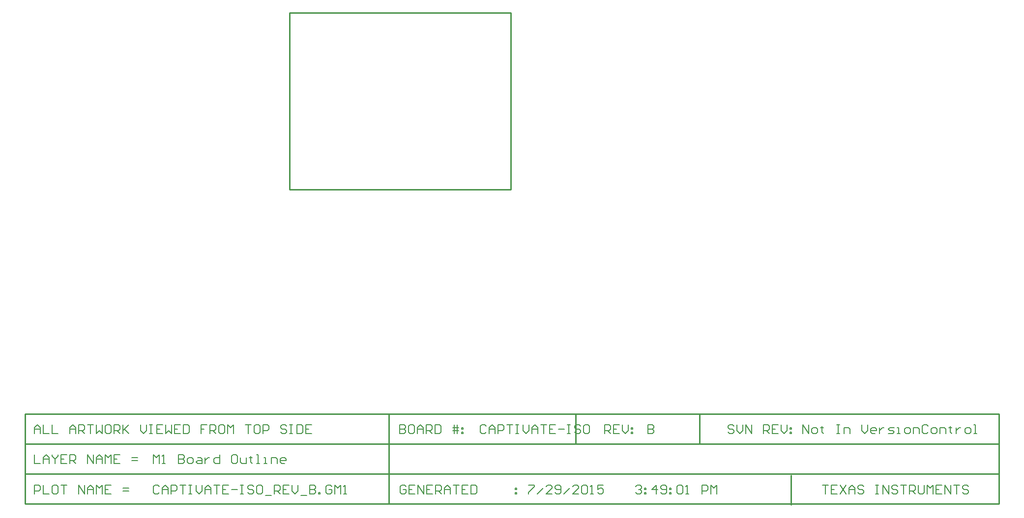
<source format=gm1>
%FSAX25Y25*%
%MOIN*%
G70*
G01*
G75*
G04 Layer_Color=7963671*
%ADD10R,0.02362X0.03150*%
%ADD11O,0.08661X0.02362*%
%ADD12O,0.07480X0.02362*%
%ADD13O,0.07677X0.01575*%
%ADD14C,0.01000*%
%ADD15C,0.02000*%
%ADD16C,0.01500*%
%ADD17C,0.00800*%
%ADD18C,0.05906*%
%ADD19R,0.05906X0.05906*%
%ADD20C,0.03400*%
%ADD21C,0.01575*%
%ADD22C,0.00984*%
%ADD23C,0.02362*%
%ADD24C,0.00700*%
%ADD25C,0.00787*%
%ADD26R,0.02756X0.03543*%
%ADD27O,0.09055X0.02756*%
%ADD28O,0.07874X0.02756*%
%ADD29O,0.08071X0.01969*%
%ADD30C,0.06299*%
%ADD31R,0.06299X0.06299*%
G54D14*
X0219200Y0253400D02*
Y0373400D01*
X0369200D01*
Y0253400D02*
Y0373400D01*
X0219200Y0253400D02*
X0369200D01*
X0559400Y0039400D02*
Y0059683D01*
X0440500Y0040050D02*
X0700200D01*
Y0101050D01*
X0286500Y0040050D02*
Y0101050D01*
X0040000Y0040050D02*
Y0101050D01*
X0040050Y0040050D02*
X0197600D01*
X0040050D02*
Y0101050D01*
Y0101050D02*
X0700200D01*
X0040000Y0040050D02*
X0440500D01*
X0040000Y0060383D02*
X0700000D01*
X0040000Y0080717D02*
X0700200D01*
X0413200D02*
Y0101050D01*
X0497200Y0080717D02*
Y0101050D01*
G54D17*
X0126900Y0067551D02*
Y0073549D01*
X0128899Y0071549D01*
X0130899Y0073549D01*
Y0067551D01*
X0132898D02*
X0134897D01*
X0133898D01*
Y0073549D01*
X0132898Y0072549D01*
X0143895Y0073549D02*
Y0067551D01*
X0146894D01*
X0147893Y0068550D01*
Y0069550D01*
X0146894Y0070550D01*
X0143895D01*
X0146894D01*
X0147893Y0071549D01*
Y0072549D01*
X0146894Y0073549D01*
X0143895D01*
X0150892Y0067551D02*
X0152892D01*
X0153891Y0068550D01*
Y0070550D01*
X0152892Y0071549D01*
X0150892D01*
X0149893Y0070550D01*
Y0068550D01*
X0150892Y0067551D01*
X0156890Y0071549D02*
X0158890D01*
X0159889Y0070550D01*
Y0067551D01*
X0156890D01*
X0155891Y0068550D01*
X0156890Y0069550D01*
X0159889D01*
X0161889Y0071549D02*
Y0067551D01*
Y0069550D01*
X0162888Y0070550D01*
X0163888Y0071549D01*
X0164888D01*
X0171885Y0073549D02*
Y0067551D01*
X0168886D01*
X0167887Y0068550D01*
Y0070550D01*
X0168886Y0071549D01*
X0171885D01*
X0182882Y0073549D02*
X0180883D01*
X0179883Y0072549D01*
Y0068550D01*
X0180883Y0067551D01*
X0182882D01*
X0183882Y0068550D01*
Y0072549D01*
X0182882Y0073549D01*
X0185881Y0071549D02*
Y0068550D01*
X0186881Y0067551D01*
X0189880D01*
Y0071549D01*
X0192879Y0072549D02*
Y0071549D01*
X0191879D01*
X0193878D01*
X0192879D01*
Y0068550D01*
X0193878Y0067551D01*
X0196877D02*
X0198877D01*
X0197877D01*
Y0073549D01*
X0196877D01*
X0201876Y0067551D02*
X0203875D01*
X0202875D01*
Y0071549D01*
X0201876D01*
X0206874Y0067551D02*
Y0071549D01*
X0209873D01*
X0210873Y0070550D01*
Y0067551D01*
X0215871D02*
X0213872D01*
X0212872Y0068550D01*
Y0070550D01*
X0213872Y0071549D01*
X0215871D01*
X0216871Y0070550D01*
Y0069550D01*
X0212872D01*
X0580500Y0052965D02*
X0584499D01*
X0582499D01*
Y0046966D01*
X0590497Y0052965D02*
X0586498D01*
Y0046966D01*
X0590497D01*
X0586498Y0049966D02*
X0588497D01*
X0592496Y0052965D02*
X0596495Y0046966D01*
Y0052965D02*
X0592496Y0046966D01*
X0598494D02*
Y0050965D01*
X0600493Y0052965D01*
X0602493Y0050965D01*
Y0046966D01*
Y0049966D01*
X0598494D01*
X0608491Y0051965D02*
X0607491Y0052965D01*
X0605492D01*
X0604492Y0051965D01*
Y0050965D01*
X0605492Y0049966D01*
X0607491D01*
X0608491Y0048966D01*
Y0047966D01*
X0607491Y0046966D01*
X0605492D01*
X0604492Y0047966D01*
X0616488Y0052965D02*
X0618488D01*
X0617488D01*
Y0046966D01*
X0616488D01*
X0618488D01*
X0621487D02*
Y0052965D01*
X0625486Y0046966D01*
Y0052965D01*
X0631484Y0051965D02*
X0630484Y0052965D01*
X0628484D01*
X0627485Y0051965D01*
Y0050965D01*
X0628484Y0049966D01*
X0630484D01*
X0631484Y0048966D01*
Y0047966D01*
X0630484Y0046966D01*
X0628484D01*
X0627485Y0047966D01*
X0633483Y0052965D02*
X0637482D01*
X0635482D01*
Y0046966D01*
X0639481D02*
Y0052965D01*
X0642480D01*
X0643480Y0051965D01*
Y0049966D01*
X0642480Y0048966D01*
X0639481D01*
X0641480D02*
X0643480Y0046966D01*
X0645479Y0052965D02*
Y0047966D01*
X0646479Y0046966D01*
X0648478D01*
X0649478Y0047966D01*
Y0052965D01*
X0651477Y0046966D02*
Y0052965D01*
X0653476Y0050965D01*
X0655476Y0052965D01*
Y0046966D01*
X0661474Y0052965D02*
X0657475D01*
Y0046966D01*
X0661474D01*
X0657475Y0049966D02*
X0659474D01*
X0663473Y0046966D02*
Y0052965D01*
X0667472Y0046966D01*
Y0052965D01*
X0669471D02*
X0673470D01*
X0671471D01*
Y0046966D01*
X0679468Y0051965D02*
X0678468Y0052965D01*
X0676469D01*
X0675469Y0051965D01*
Y0050965D01*
X0676469Y0049966D01*
X0678468D01*
X0679468Y0048966D01*
Y0047966D01*
X0678468Y0046966D01*
X0676469D01*
X0675469Y0047966D01*
X0454050Y0051965D02*
X0455050Y0052965D01*
X0457049D01*
X0458049Y0051965D01*
Y0050965D01*
X0457049Y0049966D01*
X0456049D01*
X0457049D01*
X0458049Y0048966D01*
Y0047966D01*
X0457049Y0046966D01*
X0455050D01*
X0454050Y0047966D01*
X0460048Y0050965D02*
X0461048D01*
Y0049966D01*
X0460048D01*
Y0050965D01*
Y0047966D02*
X0461048D01*
Y0046966D01*
X0460048D01*
Y0047966D01*
X0468046Y0046966D02*
Y0052965D01*
X0465046Y0049966D01*
X0469045D01*
X0471044Y0047966D02*
X0472044Y0046966D01*
X0474044D01*
X0475043Y0047966D01*
Y0051965D01*
X0474044Y0052965D01*
X0472044D01*
X0471044Y0051965D01*
Y0050965D01*
X0472044Y0049966D01*
X0475043D01*
X0477043Y0050965D02*
X0478042D01*
Y0049966D01*
X0477043D01*
Y0050965D01*
Y0047966D02*
X0478042D01*
Y0046966D01*
X0477043D01*
Y0047966D01*
X0482041Y0051965D02*
X0483041Y0052965D01*
X0485040D01*
X0486040Y0051965D01*
Y0047966D01*
X0485040Y0046966D01*
X0483041D01*
X0482041Y0047966D01*
Y0051965D01*
X0488039Y0046966D02*
X0490038D01*
X0489039D01*
Y0052965D01*
X0488039Y0051965D01*
X0499035Y0046966D02*
Y0052965D01*
X0502035D01*
X0503034Y0051965D01*
Y0049966D01*
X0502035Y0048966D01*
X0499035D01*
X0505033Y0046966D02*
Y0052965D01*
X0507033Y0050965D01*
X0509032Y0052965D01*
Y0046966D01*
X0046350D02*
Y0052965D01*
X0049349D01*
X0050349Y0051965D01*
Y0049966D01*
X0049349Y0048966D01*
X0046350D01*
X0052348Y0052965D02*
Y0046966D01*
X0056347D01*
X0061345Y0052965D02*
X0059346D01*
X0058346Y0051965D01*
Y0047966D01*
X0059346Y0046966D01*
X0061345D01*
X0062345Y0047966D01*
Y0051965D01*
X0061345Y0052965D01*
X0064344D02*
X0068343D01*
X0066343D01*
Y0046966D01*
X0076340D02*
Y0052965D01*
X0080339Y0046966D01*
Y0052965D01*
X0082338Y0046966D02*
Y0050965D01*
X0084338Y0052965D01*
X0086337Y0050965D01*
Y0046966D01*
Y0049966D01*
X0082338D01*
X0088336Y0046966D02*
Y0052965D01*
X0090336Y0050965D01*
X0092335Y0052965D01*
Y0046966D01*
X0098333Y0052965D02*
X0094335D01*
Y0046966D01*
X0098333D01*
X0094335Y0049966D02*
X0096334D01*
X0106331Y0048966D02*
X0110329D01*
X0106331Y0050965D02*
X0110329D01*
X0046350Y0073549D02*
Y0067551D01*
X0050349D01*
X0052348D02*
Y0071549D01*
X0054347Y0073549D01*
X0056347Y0071549D01*
Y0067551D01*
Y0070550D01*
X0052348D01*
X0058346Y0073549D02*
Y0072549D01*
X0060346Y0070550D01*
X0062345Y0072549D01*
Y0073549D01*
X0060346Y0070550D02*
Y0067551D01*
X0068343Y0073549D02*
X0064344D01*
Y0067551D01*
X0068343D01*
X0064344Y0070550D02*
X0066343D01*
X0070342Y0067551D02*
Y0073549D01*
X0073341D01*
X0074341Y0072549D01*
Y0070550D01*
X0073341Y0069550D01*
X0070342D01*
X0072342D02*
X0074341Y0067551D01*
X0082338D02*
Y0073549D01*
X0086337Y0067551D01*
Y0073549D01*
X0088336Y0067551D02*
Y0071549D01*
X0090336Y0073549D01*
X0092335Y0071549D01*
Y0067551D01*
Y0070550D01*
X0088336D01*
X0094335Y0067551D02*
Y0073549D01*
X0096334Y0071549D01*
X0098333Y0073549D01*
Y0067551D01*
X0104331Y0073549D02*
X0100332D01*
Y0067551D01*
X0104331D01*
X0100332Y0070550D02*
X0102332D01*
X0112329Y0069550D02*
X0116327D01*
X0112329Y0071549D02*
X0116327D01*
X0294000Y0093831D02*
Y0087833D01*
X0296999D01*
X0297999Y0088833D01*
Y0089833D01*
X0296999Y0090832D01*
X0294000D01*
X0296999D01*
X0297999Y0091832D01*
Y0092832D01*
X0296999Y0093831D01*
X0294000D01*
X0302997D02*
X0300998D01*
X0299998Y0092832D01*
Y0088833D01*
X0300998Y0087833D01*
X0302997D01*
X0303997Y0088833D01*
Y0092832D01*
X0302997Y0093831D01*
X0305996Y0087833D02*
Y0091832D01*
X0307996Y0093831D01*
X0309995Y0091832D01*
Y0087833D01*
Y0090832D01*
X0305996D01*
X0311994Y0087833D02*
Y0093831D01*
X0314993D01*
X0315993Y0092832D01*
Y0090832D01*
X0314993Y0089833D01*
X0311994D01*
X0313994D02*
X0315993Y0087833D01*
X0317992Y0093831D02*
Y0087833D01*
X0320991D01*
X0321991Y0088833D01*
Y0092832D01*
X0320991Y0093831D01*
X0317992D01*
X0330988Y0087833D02*
Y0093831D01*
X0332987D02*
Y0087833D01*
X0329988Y0091832D02*
X0332987D01*
X0333987D01*
X0329988Y0089833D02*
X0333987D01*
X0335986Y0091832D02*
X0336986D01*
Y0090832D01*
X0335986D01*
Y0091832D01*
Y0088833D02*
X0336986D01*
Y0087833D01*
X0335986D01*
Y0088833D01*
X0352549Y0092832D02*
X0351549Y0093831D01*
X0349550D01*
X0348550Y0092832D01*
Y0088833D01*
X0349550Y0087833D01*
X0351549D01*
X0352549Y0088833D01*
X0354548Y0087833D02*
Y0091832D01*
X0356547Y0093831D01*
X0358547Y0091832D01*
Y0087833D01*
Y0090832D01*
X0354548D01*
X0360546Y0087833D02*
Y0093831D01*
X0363545D01*
X0364545Y0092832D01*
Y0090832D01*
X0363545Y0089833D01*
X0360546D01*
X0366544Y0093831D02*
X0370543D01*
X0368544D01*
Y0087833D01*
X0372542Y0093831D02*
X0374542D01*
X0373542D01*
Y0087833D01*
X0372542D01*
X0374542D01*
X0377541Y0093831D02*
Y0089833D01*
X0379540Y0087833D01*
X0381539Y0089833D01*
Y0093831D01*
X0383539Y0087833D02*
Y0091832D01*
X0385538Y0093831D01*
X0387537Y0091832D01*
Y0087833D01*
Y0090832D01*
X0383539D01*
X0389537Y0093831D02*
X0393535D01*
X0391536D01*
Y0087833D01*
X0399534Y0093831D02*
X0395535D01*
Y0087833D01*
X0399534D01*
X0395535Y0090832D02*
X0397534D01*
X0401533D02*
X0405532D01*
X0407531Y0093831D02*
X0409530D01*
X0408531D01*
Y0087833D01*
X0407531D01*
X0409530D01*
X0416528Y0092832D02*
X0415528Y0093831D01*
X0413529D01*
X0412529Y0092832D01*
Y0091832D01*
X0413529Y0090832D01*
X0415528D01*
X0416528Y0089833D01*
Y0088833D01*
X0415528Y0087833D01*
X0413529D01*
X0412529Y0088833D01*
X0421526Y0093831D02*
X0419527D01*
X0418527Y0092832D01*
Y0088833D01*
X0419527Y0087833D01*
X0421526D01*
X0422526Y0088833D01*
Y0092832D01*
X0421526Y0093831D01*
X0462150D02*
Y0087833D01*
X0465149D01*
X0466149Y0088833D01*
Y0089833D01*
X0465149Y0090832D01*
X0462150D01*
X0465149D01*
X0466149Y0091832D01*
Y0092832D01*
X0465149Y0093831D01*
X0462150D01*
X0046350Y0087833D02*
Y0091832D01*
X0048349Y0093831D01*
X0050349Y0091832D01*
Y0087833D01*
Y0090832D01*
X0046350D01*
X0052348Y0093831D02*
Y0087833D01*
X0056347D01*
X0058346Y0093831D02*
Y0087833D01*
X0062345D01*
X0070342D02*
Y0091832D01*
X0072342Y0093831D01*
X0074341Y0091832D01*
Y0087833D01*
Y0090832D01*
X0070342D01*
X0076340Y0087833D02*
Y0093831D01*
X0079339D01*
X0080339Y0092832D01*
Y0090832D01*
X0079339Y0089833D01*
X0076340D01*
X0078340D02*
X0080339Y0087833D01*
X0082338Y0093831D02*
X0086337D01*
X0084338D01*
Y0087833D01*
X0088336Y0093831D02*
Y0087833D01*
X0090336Y0089833D01*
X0092335Y0087833D01*
Y0093831D01*
X0097334D02*
X0095334D01*
X0094335Y0092832D01*
Y0088833D01*
X0095334Y0087833D01*
X0097334D01*
X0098333Y0088833D01*
Y0092832D01*
X0097334Y0093831D01*
X0100332Y0087833D02*
Y0093831D01*
X0103332D01*
X0104331Y0092832D01*
Y0090832D01*
X0103332Y0089833D01*
X0100332D01*
X0102332D02*
X0104331Y0087833D01*
X0106331Y0093831D02*
Y0087833D01*
Y0089833D01*
X0110329Y0093831D01*
X0107330Y0090832D01*
X0110329Y0087833D01*
X0118327Y0093831D02*
Y0089833D01*
X0120326Y0087833D01*
X0122325Y0089833D01*
Y0093831D01*
X0124325D02*
X0126324D01*
X0125324D01*
Y0087833D01*
X0124325D01*
X0126324D01*
X0133322Y0093831D02*
X0129323D01*
Y0087833D01*
X0133322D01*
X0129323Y0090832D02*
X0131323D01*
X0135321Y0093831D02*
Y0087833D01*
X0137321Y0089833D01*
X0139320Y0087833D01*
Y0093831D01*
X0145318D02*
X0141319D01*
Y0087833D01*
X0145318D01*
X0141319Y0090832D02*
X0143319D01*
X0147317Y0093831D02*
Y0087833D01*
X0150316D01*
X0151316Y0088833D01*
Y0092832D01*
X0150316Y0093831D01*
X0147317D01*
X0163312D02*
X0159313D01*
Y0090832D01*
X0161313D01*
X0159313D01*
Y0087833D01*
X0165312D02*
Y0093831D01*
X0168310D01*
X0169310Y0092832D01*
Y0090832D01*
X0168310Y0089833D01*
X0165312D01*
X0167311D02*
X0169310Y0087833D01*
X0174309Y0093831D02*
X0172309D01*
X0171310Y0092832D01*
Y0088833D01*
X0172309Y0087833D01*
X0174309D01*
X0175308Y0088833D01*
Y0092832D01*
X0174309Y0093831D01*
X0177308Y0087833D02*
Y0093831D01*
X0179307Y0091832D01*
X0181306Y0093831D01*
Y0087833D01*
X0189304Y0093831D02*
X0193303D01*
X0191303D01*
Y0087833D01*
X0198301Y0093831D02*
X0196301D01*
X0195302Y0092832D01*
Y0088833D01*
X0196301Y0087833D01*
X0198301D01*
X0199301Y0088833D01*
Y0092832D01*
X0198301Y0093831D01*
X0201300Y0087833D02*
Y0093831D01*
X0204299D01*
X0205299Y0092832D01*
Y0090832D01*
X0204299Y0089833D01*
X0201300D01*
X0217295Y0092832D02*
X0216295Y0093831D01*
X0214296D01*
X0213296Y0092832D01*
Y0091832D01*
X0214296Y0090832D01*
X0216295D01*
X0217295Y0089833D01*
Y0088833D01*
X0216295Y0087833D01*
X0214296D01*
X0213296Y0088833D01*
X0219294Y0093831D02*
X0221293D01*
X0220294D01*
Y0087833D01*
X0219294D01*
X0221293D01*
X0224292Y0093831D02*
Y0087833D01*
X0227291D01*
X0228291Y0088833D01*
Y0092832D01*
X0227291Y0093831D01*
X0224292D01*
X0234289D02*
X0230291D01*
Y0087833D01*
X0234289D01*
X0230291Y0090832D02*
X0232290D01*
X0298199Y0051965D02*
X0297199Y0052965D01*
X0295200D01*
X0294200Y0051965D01*
Y0047966D01*
X0295200Y0046966D01*
X0297199D01*
X0298199Y0047966D01*
Y0049966D01*
X0296199D01*
X0304197Y0052965D02*
X0300198D01*
Y0046966D01*
X0304197D01*
X0300198Y0049966D02*
X0302197D01*
X0306196Y0046966D02*
Y0052965D01*
X0310195Y0046966D01*
Y0052965D01*
X0316193D02*
X0312194D01*
Y0046966D01*
X0316193D01*
X0312194Y0049966D02*
X0314194D01*
X0318192Y0046966D02*
Y0052965D01*
X0321191D01*
X0322191Y0051965D01*
Y0049966D01*
X0321191Y0048966D01*
X0318192D01*
X0320192D02*
X0322191Y0046966D01*
X0324190D02*
Y0050965D01*
X0326190Y0052965D01*
X0328189Y0050965D01*
Y0046966D01*
Y0049966D01*
X0324190D01*
X0330188Y0052965D02*
X0334187D01*
X0332188D01*
Y0046966D01*
X0340185Y0052965D02*
X0336186D01*
Y0046966D01*
X0340185D01*
X0336186Y0049966D02*
X0338186D01*
X0342184Y0052965D02*
Y0046966D01*
X0345183D01*
X0346183Y0047966D01*
Y0051965D01*
X0345183Y0052965D01*
X0342184D01*
X0372175Y0050965D02*
X0373175D01*
Y0049966D01*
X0372175D01*
Y0050965D01*
Y0047966D02*
X0373175D01*
Y0046966D01*
X0372175D01*
Y0047966D01*
X0381150Y0052965D02*
X0385149D01*
Y0051965D01*
X0381150Y0047966D01*
Y0046966D01*
X0387148D02*
X0391147Y0050965D01*
X0397145Y0046966D02*
X0393146D01*
X0397145Y0050965D01*
Y0051965D01*
X0396145Y0052965D01*
X0394146D01*
X0393146Y0051965D01*
X0399144Y0047966D02*
X0400144Y0046966D01*
X0402143D01*
X0403143Y0047966D01*
Y0051965D01*
X0402143Y0052965D01*
X0400144D01*
X0399144Y0051965D01*
Y0050965D01*
X0400144Y0049966D01*
X0403143D01*
X0405142Y0046966D02*
X0409141Y0050965D01*
X0415139Y0046966D02*
X0411140D01*
X0415139Y0050965D01*
Y0051965D01*
X0414139Y0052965D01*
X0412140D01*
X0411140Y0051965D01*
X0417138D02*
X0418138Y0052965D01*
X0420137D01*
X0421137Y0051965D01*
Y0047966D01*
X0420137Y0046966D01*
X0418138D01*
X0417138Y0047966D01*
Y0051965D01*
X0423136Y0046966D02*
X0425136D01*
X0424136D01*
Y0052965D01*
X0423136Y0051965D01*
X0432133Y0052965D02*
X0428135D01*
Y0049966D01*
X0430134Y0050965D01*
X0431134D01*
X0432133Y0049966D01*
Y0047966D01*
X0431134Y0046966D01*
X0429135D01*
X0428135Y0047966D01*
X0130899Y0051965D02*
X0129899Y0052965D01*
X0127900D01*
X0126900Y0051965D01*
Y0047966D01*
X0127900Y0046966D01*
X0129899D01*
X0130899Y0047966D01*
X0132898Y0046966D02*
Y0050965D01*
X0134897Y0052965D01*
X0136897Y0050965D01*
Y0046966D01*
Y0049966D01*
X0132898D01*
X0138896Y0046966D02*
Y0052965D01*
X0141895D01*
X0142895Y0051965D01*
Y0049966D01*
X0141895Y0048966D01*
X0138896D01*
X0144894Y0052965D02*
X0148893D01*
X0146894D01*
Y0046966D01*
X0150892Y0052965D02*
X0152892D01*
X0151892D01*
Y0046966D01*
X0150892D01*
X0152892D01*
X0155891Y0052965D02*
Y0048966D01*
X0157890Y0046966D01*
X0159889Y0048966D01*
Y0052965D01*
X0161889Y0046966D02*
Y0050965D01*
X0163888Y0052965D01*
X0165887Y0050965D01*
Y0046966D01*
Y0049966D01*
X0161889D01*
X0167887Y0052965D02*
X0171885D01*
X0169886D01*
Y0046966D01*
X0177884Y0052965D02*
X0173885D01*
Y0046966D01*
X0177884D01*
X0173885Y0049966D02*
X0175884D01*
X0179883D02*
X0183882D01*
X0185881Y0052965D02*
X0187880D01*
X0186881D01*
Y0046966D01*
X0185881D01*
X0187880D01*
X0194878Y0051965D02*
X0193878Y0052965D01*
X0191879D01*
X0190879Y0051965D01*
Y0050965D01*
X0191879Y0049966D01*
X0193878D01*
X0194878Y0048966D01*
Y0047966D01*
X0193878Y0046966D01*
X0191879D01*
X0190879Y0047966D01*
X0199876Y0052965D02*
X0197877D01*
X0196877Y0051965D01*
Y0047966D01*
X0197877Y0046966D01*
X0199876D01*
X0200876Y0047966D01*
Y0051965D01*
X0199876Y0052965D01*
X0202875Y0045967D02*
X0206874D01*
X0208874Y0046966D02*
Y0052965D01*
X0211873D01*
X0212872Y0051965D01*
Y0049966D01*
X0211873Y0048966D01*
X0208874D01*
X0210873D02*
X0212872Y0046966D01*
X0218870Y0052965D02*
X0214872D01*
Y0046966D01*
X0218870D01*
X0214872Y0049966D02*
X0216871D01*
X0220870Y0052965D02*
Y0048966D01*
X0222869Y0046966D01*
X0224868Y0048966D01*
Y0052965D01*
X0226868Y0045967D02*
X0230866D01*
X0232866Y0052965D02*
Y0046966D01*
X0235865D01*
X0236864Y0047966D01*
Y0048966D01*
X0235865Y0049966D01*
X0232866D01*
X0235865D01*
X0236864Y0050965D01*
Y0051965D01*
X0235865Y0052965D01*
X0232866D01*
X0238864Y0046966D02*
Y0047966D01*
X0239863D01*
Y0046966D01*
X0238864D01*
X0247861Y0051965D02*
X0246861Y0052965D01*
X0244862D01*
X0243862Y0051965D01*
Y0047966D01*
X0244862Y0046966D01*
X0246861D01*
X0247861Y0047966D01*
Y0049966D01*
X0245862D01*
X0249860Y0046966D02*
Y0052965D01*
X0251860Y0050965D01*
X0253859Y0052965D01*
Y0046966D01*
X0255858D02*
X0257858D01*
X0256858D01*
Y0052965D01*
X0255858Y0051965D01*
X0433000Y0087833D02*
Y0093831D01*
X0435999D01*
X0436999Y0092832D01*
Y0090832D01*
X0435999Y0089833D01*
X0433000D01*
X0434999D02*
X0436999Y0087833D01*
X0442997Y0093831D02*
X0438998D01*
Y0087833D01*
X0442997D01*
X0438998Y0090832D02*
X0440997D01*
X0444996Y0093831D02*
Y0089833D01*
X0446995Y0087833D01*
X0448995Y0089833D01*
Y0093831D01*
X0450994Y0091832D02*
X0451994D01*
Y0090832D01*
X0450994D01*
Y0091832D01*
Y0088833D02*
X0451994D01*
Y0087833D01*
X0450994D01*
Y0088833D01*
X0520799Y0092832D02*
X0519799Y0093831D01*
X0517800D01*
X0516800Y0092832D01*
Y0091832D01*
X0517800Y0090832D01*
X0519799D01*
X0520799Y0089833D01*
Y0088833D01*
X0519799Y0087833D01*
X0517800D01*
X0516800Y0088833D01*
X0522798Y0093831D02*
Y0089833D01*
X0524797Y0087833D01*
X0526797Y0089833D01*
Y0093831D01*
X0528796Y0087833D02*
Y0093831D01*
X0532795Y0087833D01*
Y0093831D01*
X0540792Y0087833D02*
Y0093831D01*
X0543791D01*
X0544791Y0092832D01*
Y0090832D01*
X0543791Y0089833D01*
X0540792D01*
X0542792D02*
X0544791Y0087833D01*
X0550789Y0093831D02*
X0546790D01*
Y0087833D01*
X0550789D01*
X0546790Y0090832D02*
X0548790D01*
X0552788Y0093831D02*
Y0089833D01*
X0554788Y0087833D01*
X0556787Y0089833D01*
Y0093831D01*
X0558786Y0091832D02*
X0559786D01*
Y0090832D01*
X0558786D01*
Y0091832D01*
Y0088833D02*
X0559786D01*
Y0087833D01*
X0558786D01*
Y0088833D01*
X0567400Y0087833D02*
Y0093831D01*
X0571399Y0087833D01*
Y0093831D01*
X0574398Y0087833D02*
X0576397D01*
X0577397Y0088833D01*
Y0090832D01*
X0576397Y0091832D01*
X0574398D01*
X0573398Y0090832D01*
Y0088833D01*
X0574398Y0087833D01*
X0580396Y0092832D02*
Y0091832D01*
X0579396D01*
X0581395D01*
X0580396D01*
Y0088833D01*
X0581395Y0087833D01*
X0590393Y0093831D02*
X0592392D01*
X0591392D01*
Y0087833D01*
X0590393D01*
X0592392D01*
X0595391D02*
Y0091832D01*
X0598390D01*
X0599390Y0090832D01*
Y0087833D01*
X0607387Y0093831D02*
Y0089833D01*
X0609386Y0087833D01*
X0611386Y0089833D01*
Y0093831D01*
X0616384Y0087833D02*
X0614385D01*
X0613385Y0088833D01*
Y0090832D01*
X0614385Y0091832D01*
X0616384D01*
X0617384Y0090832D01*
Y0089833D01*
X0613385D01*
X0619383Y0091832D02*
Y0087833D01*
Y0089833D01*
X0620383Y0090832D01*
X0621383Y0091832D01*
X0622382D01*
X0625381Y0087833D02*
X0628380D01*
X0629380Y0088833D01*
X0628380Y0089833D01*
X0626381D01*
X0625381Y0090832D01*
X0626381Y0091832D01*
X0629380D01*
X0631379Y0087833D02*
X0633379D01*
X0632379D01*
Y0091832D01*
X0631379D01*
X0637377Y0087833D02*
X0639377D01*
X0640376Y0088833D01*
Y0090832D01*
X0639377Y0091832D01*
X0637377D01*
X0636378Y0090832D01*
Y0088833D01*
X0637377Y0087833D01*
X0642376D02*
Y0091832D01*
X0645375D01*
X0646374Y0090832D01*
Y0087833D01*
X0652373Y0092832D02*
X0651373Y0093831D01*
X0649373D01*
X0648374Y0092832D01*
Y0088833D01*
X0649373Y0087833D01*
X0651373D01*
X0652373Y0088833D01*
X0655372Y0087833D02*
X0657371D01*
X0658371Y0088833D01*
Y0090832D01*
X0657371Y0091832D01*
X0655372D01*
X0654372Y0090832D01*
Y0088833D01*
X0655372Y0087833D01*
X0660370D02*
Y0091832D01*
X0663369D01*
X0664369Y0090832D01*
Y0087833D01*
X0667368Y0092832D02*
Y0091832D01*
X0666368D01*
X0668367D01*
X0667368D01*
Y0088833D01*
X0668367Y0087833D01*
X0671366Y0091832D02*
Y0087833D01*
Y0089833D01*
X0672366Y0090832D01*
X0673366Y0091832D01*
X0674365D01*
X0678364Y0087833D02*
X0680364D01*
X0681363Y0088833D01*
Y0090832D01*
X0680364Y0091832D01*
X0678364D01*
X0677364Y0090832D01*
Y0088833D01*
X0678364Y0087833D01*
X0683362D02*
X0685362D01*
X0684362D01*
Y0093831D01*
X0683362D01*
M02*

</source>
